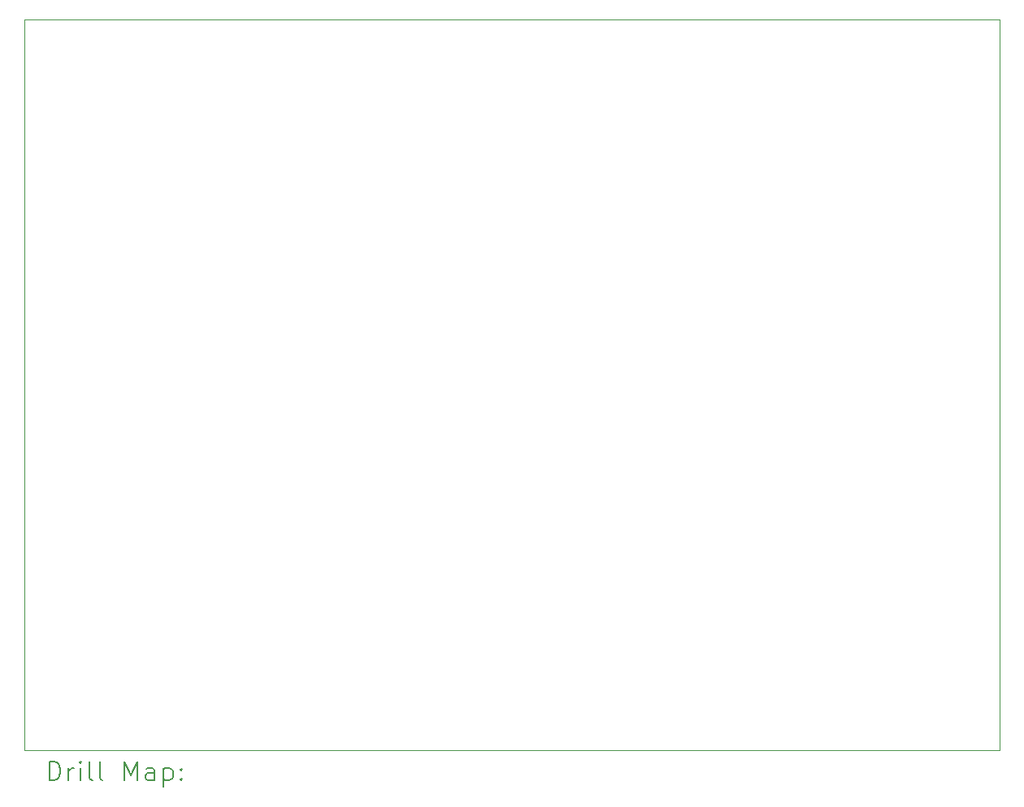
<source format=gbr>
%TF.GenerationSoftware,KiCad,Pcbnew,8.0.1*%
%TF.CreationDate,2024-07-08T16:56:45+05:30*%
%TF.ProjectId,FA,46412e6b-6963-4616-945f-706362585858,rev?*%
%TF.SameCoordinates,Original*%
%TF.FileFunction,Drillmap*%
%TF.FilePolarity,Positive*%
%FSLAX45Y45*%
G04 Gerber Fmt 4.5, Leading zero omitted, Abs format (unit mm)*
G04 Created by KiCad (PCBNEW 8.0.1) date 2024-07-08 16:56:45*
%MOMM*%
%LPD*%
G01*
G04 APERTURE LIST*
%ADD10C,0.050000*%
%ADD11C,0.200000*%
G04 APERTURE END LIST*
D10*
X8854920Y-6896000D02*
X19014920Y-6896000D01*
X19014920Y-14516000D01*
X8854920Y-14516000D01*
X8854920Y-6896000D01*
D11*
X9113197Y-14829984D02*
X9113197Y-14629984D01*
X9113197Y-14629984D02*
X9160816Y-14629984D01*
X9160816Y-14629984D02*
X9189387Y-14639508D01*
X9189387Y-14639508D02*
X9208435Y-14658555D01*
X9208435Y-14658555D02*
X9217959Y-14677603D01*
X9217959Y-14677603D02*
X9227483Y-14715698D01*
X9227483Y-14715698D02*
X9227483Y-14744269D01*
X9227483Y-14744269D02*
X9217959Y-14782365D01*
X9217959Y-14782365D02*
X9208435Y-14801412D01*
X9208435Y-14801412D02*
X9189387Y-14820460D01*
X9189387Y-14820460D02*
X9160816Y-14829984D01*
X9160816Y-14829984D02*
X9113197Y-14829984D01*
X9313197Y-14829984D02*
X9313197Y-14696650D01*
X9313197Y-14734746D02*
X9322721Y-14715698D01*
X9322721Y-14715698D02*
X9332244Y-14706174D01*
X9332244Y-14706174D02*
X9351292Y-14696650D01*
X9351292Y-14696650D02*
X9370340Y-14696650D01*
X9437006Y-14829984D02*
X9437006Y-14696650D01*
X9437006Y-14629984D02*
X9427483Y-14639508D01*
X9427483Y-14639508D02*
X9437006Y-14649031D01*
X9437006Y-14649031D02*
X9446530Y-14639508D01*
X9446530Y-14639508D02*
X9437006Y-14629984D01*
X9437006Y-14629984D02*
X9437006Y-14649031D01*
X9560816Y-14829984D02*
X9541768Y-14820460D01*
X9541768Y-14820460D02*
X9532244Y-14801412D01*
X9532244Y-14801412D02*
X9532244Y-14629984D01*
X9665578Y-14829984D02*
X9646530Y-14820460D01*
X9646530Y-14820460D02*
X9637006Y-14801412D01*
X9637006Y-14801412D02*
X9637006Y-14629984D01*
X9894149Y-14829984D02*
X9894149Y-14629984D01*
X9894149Y-14629984D02*
X9960816Y-14772841D01*
X9960816Y-14772841D02*
X10027483Y-14629984D01*
X10027483Y-14629984D02*
X10027483Y-14829984D01*
X10208435Y-14829984D02*
X10208435Y-14725222D01*
X10208435Y-14725222D02*
X10198911Y-14706174D01*
X10198911Y-14706174D02*
X10179864Y-14696650D01*
X10179864Y-14696650D02*
X10141768Y-14696650D01*
X10141768Y-14696650D02*
X10122721Y-14706174D01*
X10208435Y-14820460D02*
X10189387Y-14829984D01*
X10189387Y-14829984D02*
X10141768Y-14829984D01*
X10141768Y-14829984D02*
X10122721Y-14820460D01*
X10122721Y-14820460D02*
X10113197Y-14801412D01*
X10113197Y-14801412D02*
X10113197Y-14782365D01*
X10113197Y-14782365D02*
X10122721Y-14763317D01*
X10122721Y-14763317D02*
X10141768Y-14753793D01*
X10141768Y-14753793D02*
X10189387Y-14753793D01*
X10189387Y-14753793D02*
X10208435Y-14744269D01*
X10303673Y-14696650D02*
X10303673Y-14896650D01*
X10303673Y-14706174D02*
X10322721Y-14696650D01*
X10322721Y-14696650D02*
X10360816Y-14696650D01*
X10360816Y-14696650D02*
X10379864Y-14706174D01*
X10379864Y-14706174D02*
X10389387Y-14715698D01*
X10389387Y-14715698D02*
X10398911Y-14734746D01*
X10398911Y-14734746D02*
X10398911Y-14791888D01*
X10398911Y-14791888D02*
X10389387Y-14810936D01*
X10389387Y-14810936D02*
X10379864Y-14820460D01*
X10379864Y-14820460D02*
X10360816Y-14829984D01*
X10360816Y-14829984D02*
X10322721Y-14829984D01*
X10322721Y-14829984D02*
X10303673Y-14820460D01*
X10484625Y-14810936D02*
X10494149Y-14820460D01*
X10494149Y-14820460D02*
X10484625Y-14829984D01*
X10484625Y-14829984D02*
X10475102Y-14820460D01*
X10475102Y-14820460D02*
X10484625Y-14810936D01*
X10484625Y-14810936D02*
X10484625Y-14829984D01*
X10484625Y-14706174D02*
X10494149Y-14715698D01*
X10494149Y-14715698D02*
X10484625Y-14725222D01*
X10484625Y-14725222D02*
X10475102Y-14715698D01*
X10475102Y-14715698D02*
X10484625Y-14706174D01*
X10484625Y-14706174D02*
X10484625Y-14725222D01*
M02*

</source>
